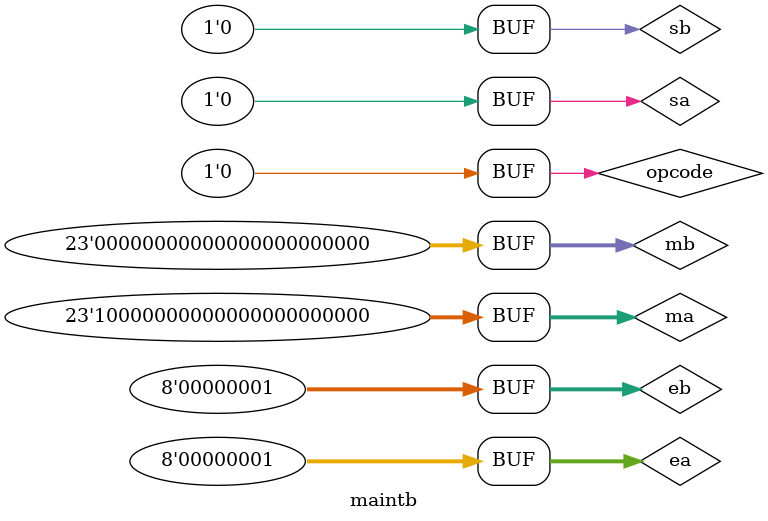
<source format=v>
`include"fresh_main.v"
module maintb();


reg sa,sb,opcode;
reg [22:0]ma,mb;
reg [7:0]ea,eb;
wire [7:0]exponent,exp;
wire sign,totalcarry;
wire [23:0]mant;
//wire [7:0]exp;

//sa,sb,opcode,ma,mb,ea,eb,out_mant,sign,exponent,totalcarry,res,clk;
main  m00(sa,sb,opcode,ma,mb,ea,eb,mant,sign,exponent,totalcarry);



initial
begin
sa=1'b0;
sb=1'b0;
opcode=1'b0;
ma=23'b10000000000000000000000;
mb=23'b00000000000000000000000;
ea=8'b00000001;
eb=8'b00000001;
$monitor("sa=%b , sb=%b, opcode=%b,ma=%b, mb=%b,ea=%d,eb=%d,mant=%b,sign=%b,exponent=%b,carryout=%b",sa,sb,opcode,ma,mb,ea,eb,mant,sign,exponent,totalcarry);
end
endmodule





</source>
